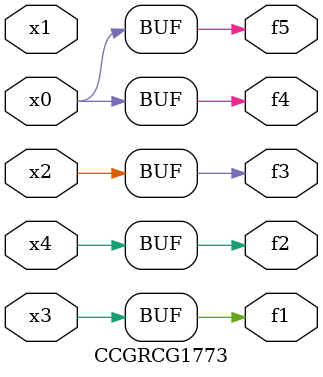
<source format=v>
module CCGRCG1773(
	input x0, x1, x2, x3, x4,
	output f1, f2, f3, f4, f5
);
	assign f1 = x3;
	assign f2 = x4;
	assign f3 = x2;
	assign f4 = x0;
	assign f5 = x0;
endmodule

</source>
